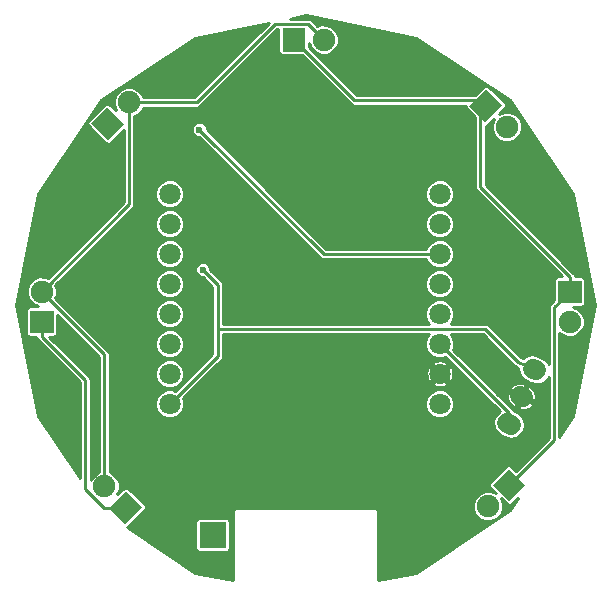
<source format=gbl>
G04 #@! TF.FileFunction,Copper,L2,Bot,Signal*
%FSLAX46Y46*%
G04 Gerber Fmt 4.6, Leading zero omitted, Abs format (unit mm)*
G04 Created by KiCad (PCBNEW 4.0.4-stable) date Sunday 07 May 2017 'à' 19:16:10*
%MOMM*%
%LPD*%
G01*
G04 APERTURE LIST*
%ADD10C,0.100000*%
%ADD11C,1.800000*%
%ADD12C,1.727200*%
%ADD13C,1.900000*%
%ADD14R,2.000000X1.900000*%
%ADD15R,1.900000X2.000000*%
%ADD16R,2.235200X2.235200*%
%ADD17C,0.600000*%
%ADD18C,0.250000*%
%ADD19C,0.254000*%
G04 APERTURE END LIST*
D10*
D11*
X156130000Y-81140000D03*
X156130000Y-83680000D03*
X156130000Y-86220000D03*
X156130000Y-88760000D03*
X156130000Y-91300000D03*
X156130000Y-93840000D03*
X156130000Y-96380000D03*
X156130000Y-98920000D03*
X133270000Y-98920000D03*
X133270000Y-96380000D03*
X133270000Y-93840000D03*
X133270000Y-91300000D03*
X133270000Y-88760000D03*
X133270000Y-86220000D03*
X133270000Y-83680000D03*
X133270000Y-81140000D03*
D12*
X162138121Y-100664407D02*
X161861879Y-100535593D01*
X163211571Y-98362385D02*
X162935329Y-98233571D01*
X164285022Y-96060363D02*
X164008780Y-95931549D01*
D10*
G36*
X160621142Y-105764645D02*
X161964645Y-104421142D01*
X163378858Y-105835355D01*
X162035355Y-107178858D01*
X160621142Y-105764645D01*
X160621142Y-105764645D01*
G37*
D13*
X160203949Y-107596051D03*
D14*
X167132000Y-89408000D03*
D13*
X167132000Y-91948000D03*
D10*
G36*
X159984645Y-75038858D02*
X158641142Y-73695355D01*
X160055355Y-72281142D01*
X161398858Y-73624645D01*
X159984645Y-75038858D01*
X159984645Y-75038858D01*
G37*
D13*
X161816051Y-75456051D03*
D15*
X143764000Y-68072000D03*
D13*
X146304000Y-68072000D03*
D10*
G36*
X129394858Y-75219355D02*
X128051355Y-76562858D01*
X126637142Y-75148645D01*
X127980645Y-73805142D01*
X129394858Y-75219355D01*
X129394858Y-75219355D01*
G37*
D13*
X129812051Y-73387949D03*
D14*
X122428000Y-91948000D03*
D13*
X122428000Y-89408000D03*
D10*
G36*
X129575355Y-106317142D02*
X130918858Y-107660645D01*
X129504645Y-109074858D01*
X128161142Y-107731355D01*
X129575355Y-106317142D01*
X129575355Y-106317142D01*
G37*
D13*
X127743949Y-105899949D03*
D16*
X136900000Y-110000000D03*
D17*
X154500000Y-110400000D03*
X130200000Y-101000000D03*
X152600000Y-87600000D03*
X152700000Y-82600000D03*
X140100000Y-67300000D03*
X148800000Y-67300000D03*
X157600000Y-70900000D03*
X150400000Y-68900000D03*
X131800000Y-70900000D03*
X127700000Y-78700000D03*
X122900000Y-85600000D03*
X167200000Y-98200000D03*
X159100000Y-94200000D03*
X163500000Y-92700000D03*
X164000000Y-88800000D03*
X167100000Y-85000000D03*
X163300000Y-78900000D03*
X146000000Y-93800000D03*
X143200000Y-99400000D03*
X135800000Y-91500000D03*
X139100000Y-94000000D03*
X134800000Y-106800000D03*
X156400000Y-106500000D03*
X156000000Y-75600000D03*
X133400000Y-74900000D03*
X141900000Y-72200000D03*
X142200000Y-86600000D03*
X125100000Y-93600000D03*
X124000000Y-99200000D03*
X149300000Y-71600000D03*
X136071600Y-87555100D03*
X135777800Y-75690000D03*
D18*
X164146900Y-95996000D02*
X162768800Y-95353400D01*
X159985400Y-92570000D02*
X137341600Y-92570000D01*
X162768800Y-95353400D02*
X159985400Y-92570000D01*
X137341600Y-94848400D02*
X137341600Y-92570000D01*
X133270000Y-98920000D02*
X137341600Y-94848400D01*
X137341600Y-88825100D02*
X136071600Y-87555100D01*
X137341600Y-92570000D02*
X137341600Y-88825100D01*
X127686900Y-107696000D02*
X129540000Y-107696000D01*
X126119400Y-106128500D02*
X127686900Y-107696000D01*
X126119400Y-96914700D02*
X126119400Y-106128500D01*
X122428000Y-93223300D02*
X126119400Y-96914700D01*
X122428000Y-91948000D02*
X122428000Y-93223300D01*
X165802100Y-101997900D02*
X162000000Y-105800000D01*
X165802100Y-90737900D02*
X165802100Y-101997900D01*
X167132000Y-89408000D02*
X165802100Y-90737900D01*
X160020000Y-73660000D02*
X159569100Y-73209100D01*
X167132000Y-89408000D02*
X167132000Y-88132700D01*
X148901100Y-73209100D02*
X159569100Y-73209100D01*
X143764000Y-68072000D02*
X148901100Y-73209100D01*
X159569100Y-80569800D02*
X167132000Y-88132700D01*
X159569100Y-73209100D02*
X159569100Y-80569800D01*
X127743900Y-94723900D02*
X122428000Y-89408000D01*
X127743900Y-105899900D02*
X127743900Y-94723900D01*
X129812100Y-82023900D02*
X122428000Y-89408000D01*
X129812100Y-73387900D02*
X129812100Y-82023900D01*
X144978600Y-66746600D02*
X146304000Y-68072000D01*
X142194500Y-66746600D02*
X144978600Y-66746600D01*
X135553200Y-73387900D02*
X142194500Y-66746600D01*
X129812100Y-73387900D02*
X135553200Y-73387900D01*
X146307800Y-86220000D02*
X135777800Y-75690000D01*
X156130000Y-86220000D02*
X146307800Y-86220000D01*
X162000000Y-99710000D02*
X162000000Y-100600000D01*
X156130000Y-93840000D02*
X162000000Y-99710000D01*
D19*
G36*
X142480594Y-69072000D02*
X142503395Y-69193179D01*
X142575012Y-69304474D01*
X142684286Y-69379138D01*
X142814000Y-69405406D01*
X144458182Y-69405406D01*
X148581487Y-73528712D01*
X148728126Y-73626694D01*
X148740982Y-73629251D01*
X148901100Y-73661100D01*
X158314200Y-73661100D01*
X158307768Y-73690749D01*
X158332241Y-73820813D01*
X158405388Y-73931109D01*
X159117100Y-74642821D01*
X159117100Y-80569800D01*
X159151506Y-80742773D01*
X159249488Y-80889412D01*
X166484670Y-88124594D01*
X166132000Y-88124594D01*
X166010821Y-88147395D01*
X165899526Y-88219012D01*
X165824862Y-88328286D01*
X165798594Y-88458000D01*
X165798594Y-90102182D01*
X165482488Y-90418288D01*
X165384506Y-90564927D01*
X165350100Y-90737900D01*
X165350100Y-95536450D01*
X165186673Y-95267128D01*
X164812040Y-94992434D01*
X164488106Y-94841380D01*
X164036870Y-94730962D01*
X163577728Y-94801630D01*
X163180579Y-95042624D01*
X163178359Y-95045651D01*
X163032054Y-94977430D01*
X160305012Y-92250388D01*
X160158373Y-92152406D01*
X159985400Y-92118000D01*
X157047327Y-92118000D01*
X157169593Y-91995947D01*
X157356786Y-91545136D01*
X157357212Y-91057005D01*
X157170806Y-90605869D01*
X156825947Y-90260407D01*
X156375136Y-90073214D01*
X155887005Y-90072788D01*
X155435869Y-90259194D01*
X155090407Y-90604053D01*
X154903214Y-91054864D01*
X154902788Y-91542995D01*
X155089194Y-91994131D01*
X155212847Y-92118000D01*
X137793600Y-92118000D01*
X137793600Y-89002995D01*
X154902788Y-89002995D01*
X155089194Y-89454131D01*
X155434053Y-89799593D01*
X155884864Y-89986786D01*
X156372995Y-89987212D01*
X156824131Y-89800806D01*
X157169593Y-89455947D01*
X157356786Y-89005136D01*
X157357212Y-88517005D01*
X157170806Y-88065869D01*
X156825947Y-87720407D01*
X156375136Y-87533214D01*
X155887005Y-87532788D01*
X155435869Y-87719194D01*
X155090407Y-88064053D01*
X154903214Y-88514864D01*
X154902788Y-89002995D01*
X137793600Y-89002995D01*
X137793600Y-88825100D01*
X137759194Y-88652127D01*
X137661212Y-88505488D01*
X136698611Y-87542887D01*
X136698709Y-87430929D01*
X136603455Y-87200397D01*
X136427231Y-87023865D01*
X136196865Y-86928209D01*
X135947429Y-86927991D01*
X135716897Y-87023245D01*
X135540365Y-87199469D01*
X135444709Y-87429835D01*
X135444491Y-87679271D01*
X135539745Y-87909803D01*
X135715969Y-88086335D01*
X135946335Y-88181991D01*
X136059366Y-88182090D01*
X136889600Y-89012324D01*
X136889600Y-94661176D01*
X133757093Y-97793683D01*
X133515136Y-97693214D01*
X133027005Y-97692788D01*
X132575869Y-97879194D01*
X132230407Y-98224053D01*
X132043214Y-98674864D01*
X132042788Y-99162995D01*
X132229194Y-99614131D01*
X132574053Y-99959593D01*
X133024864Y-100146786D01*
X133512995Y-100147212D01*
X133964131Y-99960806D01*
X134309593Y-99615947D01*
X134496786Y-99165136D01*
X134496787Y-99162995D01*
X154902788Y-99162995D01*
X155089194Y-99614131D01*
X155434053Y-99959593D01*
X155884864Y-100146786D01*
X156372995Y-100147212D01*
X156824131Y-99960806D01*
X157169593Y-99615947D01*
X157356786Y-99165136D01*
X157357212Y-98677005D01*
X157170806Y-98225869D01*
X156825947Y-97880407D01*
X156375136Y-97693214D01*
X155887005Y-97692788D01*
X155435869Y-97879194D01*
X155090407Y-98224053D01*
X154903214Y-98674864D01*
X154902788Y-99162995D01*
X134496787Y-99162995D01*
X134497212Y-98677005D01*
X134396342Y-98432882D01*
X135591390Y-97237834D01*
X155451771Y-97237834D01*
X155560507Y-97379906D01*
X155986504Y-97521729D01*
X156434347Y-97489733D01*
X156699493Y-97379906D01*
X156808229Y-97237834D01*
X156130000Y-96559605D01*
X155451771Y-97237834D01*
X135591390Y-97237834D01*
X136592720Y-96236504D01*
X154988271Y-96236504D01*
X155020267Y-96684347D01*
X155130094Y-96949493D01*
X155272166Y-97058229D01*
X155950395Y-96380000D01*
X156309605Y-96380000D01*
X156987834Y-97058229D01*
X157129906Y-96949493D01*
X157271729Y-96523496D01*
X157239733Y-96075653D01*
X157129906Y-95810507D01*
X156987834Y-95701771D01*
X156309605Y-96380000D01*
X155950395Y-96380000D01*
X155272166Y-95701771D01*
X155130094Y-95810507D01*
X154988271Y-96236504D01*
X136592720Y-96236504D01*
X137307058Y-95522166D01*
X155451771Y-95522166D01*
X156130000Y-96200395D01*
X156808229Y-95522166D01*
X156699493Y-95380094D01*
X156273496Y-95238271D01*
X155825653Y-95270267D01*
X155560507Y-95380094D01*
X155451771Y-95522166D01*
X137307058Y-95522166D01*
X137661212Y-95168012D01*
X137759194Y-95021373D01*
X137793600Y-94848400D01*
X137793600Y-93022000D01*
X155212673Y-93022000D01*
X155090407Y-93144053D01*
X154903214Y-93594864D01*
X154902788Y-94082995D01*
X155089194Y-94534131D01*
X155434053Y-94879593D01*
X155884864Y-95066786D01*
X156372995Y-95067212D01*
X156617118Y-94966342D01*
X161197832Y-99547057D01*
X161033678Y-99646668D01*
X160758984Y-100021301D01*
X160648566Y-100472537D01*
X160719234Y-100931679D01*
X160960228Y-101328828D01*
X161334861Y-101603522D01*
X161658795Y-101754576D01*
X162110030Y-101864994D01*
X162569173Y-101794326D01*
X162966322Y-101553332D01*
X163241016Y-101178699D01*
X163351434Y-100727463D01*
X163280766Y-100268321D01*
X163039772Y-99871172D01*
X162665139Y-99596478D01*
X162363258Y-99455708D01*
X162319613Y-99390388D01*
X162220284Y-99291059D01*
X162750498Y-99291059D01*
X162885698Y-99406690D01*
X163310142Y-99451903D01*
X163719580Y-99331248D01*
X164039886Y-99074280D01*
X164088884Y-98911612D01*
X163134879Y-98466752D01*
X162750498Y-99291059D01*
X162220284Y-99291059D01*
X160985867Y-98056642D01*
X161857555Y-98056642D01*
X161866595Y-98467187D01*
X162037349Y-98858390D01*
X162344812Y-99154471D01*
X162520295Y-99183714D01*
X162904676Y-98359407D01*
X162641207Y-98236549D01*
X163242224Y-98236549D01*
X164196229Y-98681410D01*
X164289345Y-98539314D01*
X164280305Y-98128769D01*
X164109551Y-97737566D01*
X163802088Y-97441485D01*
X163626605Y-97412242D01*
X163242224Y-98236549D01*
X162641207Y-98236549D01*
X161950671Y-97914546D01*
X161857555Y-98056642D01*
X160985867Y-98056642D01*
X160613569Y-97684344D01*
X162058016Y-97684344D01*
X163012021Y-98129204D01*
X163396402Y-97304897D01*
X163261202Y-97189266D01*
X162836758Y-97144053D01*
X162427320Y-97264708D01*
X162107014Y-97521676D01*
X162058016Y-97684344D01*
X160613569Y-97684344D01*
X157256317Y-94327093D01*
X157356786Y-94085136D01*
X157357212Y-93597005D01*
X157170806Y-93145869D01*
X157047153Y-93022000D01*
X159798176Y-93022000D01*
X162449188Y-95673012D01*
X162514464Y-95716628D01*
X162577781Y-95763053D01*
X162796331Y-95864962D01*
X162795467Y-95868493D01*
X162866135Y-96327635D01*
X163107129Y-96724784D01*
X163481762Y-96999478D01*
X163805696Y-97150532D01*
X164256931Y-97260950D01*
X164716074Y-97190282D01*
X165113223Y-96949288D01*
X165350100Y-96626231D01*
X165350100Y-101810675D01*
X162587893Y-104572882D01*
X162200399Y-104185388D01*
X162098589Y-104115825D01*
X161969251Y-104087768D01*
X161839187Y-104112241D01*
X161728891Y-104185388D01*
X160385388Y-105528891D01*
X160315825Y-105630701D01*
X160287768Y-105760039D01*
X160312241Y-105890103D01*
X160385388Y-106000399D01*
X160878368Y-106493379D01*
X160459074Y-106319273D01*
X159951052Y-106318830D01*
X159481532Y-106512832D01*
X159121992Y-106871744D01*
X158927171Y-107340926D01*
X158926728Y-107848948D01*
X159120730Y-108318468D01*
X159479642Y-108678008D01*
X159948824Y-108872829D01*
X160456846Y-108873272D01*
X160926366Y-108679270D01*
X161285906Y-108320358D01*
X161480727Y-107851176D01*
X161481170Y-107343154D01*
X161307268Y-106922279D01*
X161799601Y-107414612D01*
X161901411Y-107484175D01*
X162030749Y-107512232D01*
X162160813Y-107487759D01*
X162271109Y-107414612D01*
X162762491Y-106923230D01*
X162117511Y-107888511D01*
X154162993Y-113203550D01*
X150901400Y-113852321D01*
X150901400Y-107899200D01*
X150892715Y-107853041D01*
X150865435Y-107810647D01*
X150823810Y-107782206D01*
X150774400Y-107772200D01*
X138785600Y-107772200D01*
X138739441Y-107780885D01*
X138697047Y-107808165D01*
X138668606Y-107849790D01*
X138658600Y-107899200D01*
X138658600Y-113852321D01*
X135397007Y-113203550D01*
X129655288Y-109367056D01*
X129740399Y-109310612D01*
X130168611Y-108882400D01*
X135448994Y-108882400D01*
X135448994Y-111117600D01*
X135471795Y-111238779D01*
X135543412Y-111350074D01*
X135652686Y-111424738D01*
X135782400Y-111451006D01*
X138017600Y-111451006D01*
X138138779Y-111428205D01*
X138250074Y-111356588D01*
X138324738Y-111247314D01*
X138351006Y-111117600D01*
X138351006Y-108882400D01*
X138328205Y-108761221D01*
X138256588Y-108649926D01*
X138147314Y-108575262D01*
X138017600Y-108548994D01*
X135782400Y-108548994D01*
X135661221Y-108571795D01*
X135549926Y-108643412D01*
X135475262Y-108752686D01*
X135448994Y-108882400D01*
X130168611Y-108882400D01*
X131154612Y-107896399D01*
X131224175Y-107794589D01*
X131252232Y-107665251D01*
X131227759Y-107535187D01*
X131154612Y-107424891D01*
X129811109Y-106081388D01*
X129709299Y-106011825D01*
X129579961Y-105983768D01*
X129449897Y-106008241D01*
X129339601Y-106081388D01*
X128846621Y-106574368D01*
X129020727Y-106155074D01*
X129021170Y-105647052D01*
X128827168Y-105177532D01*
X128468256Y-104817992D01*
X128195900Y-104704900D01*
X128195900Y-96622995D01*
X132042788Y-96622995D01*
X132229194Y-97074131D01*
X132574053Y-97419593D01*
X133024864Y-97606786D01*
X133512995Y-97607212D01*
X133964131Y-97420806D01*
X134309593Y-97075947D01*
X134496786Y-96625136D01*
X134497212Y-96137005D01*
X134310806Y-95685869D01*
X133965947Y-95340407D01*
X133515136Y-95153214D01*
X133027005Y-95152788D01*
X132575869Y-95339194D01*
X132230407Y-95684053D01*
X132043214Y-96134864D01*
X132042788Y-96622995D01*
X128195900Y-96622995D01*
X128195900Y-94723900D01*
X128161494Y-94550927D01*
X128063512Y-94404288D01*
X127742219Y-94082995D01*
X132042788Y-94082995D01*
X132229194Y-94534131D01*
X132574053Y-94879593D01*
X133024864Y-95066786D01*
X133512995Y-95067212D01*
X133964131Y-94880806D01*
X134309593Y-94535947D01*
X134496786Y-94085136D01*
X134497212Y-93597005D01*
X134310806Y-93145869D01*
X133965947Y-92800407D01*
X133515136Y-92613214D01*
X133027005Y-92612788D01*
X132575869Y-92799194D01*
X132230407Y-93144053D01*
X132043214Y-93594864D01*
X132042788Y-94082995D01*
X127742219Y-94082995D01*
X125202219Y-91542995D01*
X132042788Y-91542995D01*
X132229194Y-91994131D01*
X132574053Y-92339593D01*
X133024864Y-92526786D01*
X133512995Y-92527212D01*
X133964131Y-92340806D01*
X134309593Y-91995947D01*
X134496786Y-91545136D01*
X134497212Y-91057005D01*
X134310806Y-90605869D01*
X133965947Y-90260407D01*
X133515136Y-90073214D01*
X133027005Y-90072788D01*
X132575869Y-90259194D01*
X132230407Y-90604053D01*
X132043214Y-91054864D01*
X132042788Y-91542995D01*
X125202219Y-91542995D01*
X123592572Y-89933348D01*
X123704778Y-89663125D01*
X123705221Y-89155103D01*
X123642372Y-89002995D01*
X132042788Y-89002995D01*
X132229194Y-89454131D01*
X132574053Y-89799593D01*
X133024864Y-89986786D01*
X133512995Y-89987212D01*
X133964131Y-89800806D01*
X134309593Y-89455947D01*
X134496786Y-89005136D01*
X134497212Y-88517005D01*
X134310806Y-88065869D01*
X133965947Y-87720407D01*
X133515136Y-87533214D01*
X133027005Y-87532788D01*
X132575869Y-87719194D01*
X132230407Y-88064053D01*
X132043214Y-88514864D01*
X132042788Y-89002995D01*
X123642372Y-89002995D01*
X123592625Y-88882599D01*
X126012229Y-86462995D01*
X132042788Y-86462995D01*
X132229194Y-86914131D01*
X132574053Y-87259593D01*
X133024864Y-87446786D01*
X133512995Y-87447212D01*
X133964131Y-87260806D01*
X134309593Y-86915947D01*
X134496786Y-86465136D01*
X134497212Y-85977005D01*
X134310806Y-85525869D01*
X133965947Y-85180407D01*
X133515136Y-84993214D01*
X133027005Y-84992788D01*
X132575869Y-85179194D01*
X132230407Y-85524053D01*
X132043214Y-85974864D01*
X132042788Y-86462995D01*
X126012229Y-86462995D01*
X128552229Y-83922995D01*
X132042788Y-83922995D01*
X132229194Y-84374131D01*
X132574053Y-84719593D01*
X133024864Y-84906786D01*
X133512995Y-84907212D01*
X133964131Y-84720806D01*
X134309593Y-84375947D01*
X134496786Y-83925136D01*
X134497212Y-83437005D01*
X134310806Y-82985869D01*
X133965947Y-82640407D01*
X133515136Y-82453214D01*
X133027005Y-82452788D01*
X132575869Y-82639194D01*
X132230407Y-82984053D01*
X132043214Y-83434864D01*
X132042788Y-83922995D01*
X128552229Y-83922995D01*
X130131712Y-82343513D01*
X130229694Y-82196873D01*
X130233131Y-82179593D01*
X130264100Y-82023900D01*
X130264100Y-81382995D01*
X132042788Y-81382995D01*
X132229194Y-81834131D01*
X132574053Y-82179593D01*
X133024864Y-82366786D01*
X133512995Y-82367212D01*
X133964131Y-82180806D01*
X134309593Y-81835947D01*
X134496786Y-81385136D01*
X134497212Y-80897005D01*
X134310806Y-80445869D01*
X133965947Y-80100407D01*
X133515136Y-79913214D01*
X133027005Y-79912788D01*
X132575869Y-80099194D01*
X132230407Y-80444053D01*
X132043214Y-80894864D01*
X132042788Y-81382995D01*
X130264100Y-81382995D01*
X130264100Y-75814171D01*
X135150691Y-75814171D01*
X135245945Y-76044703D01*
X135422169Y-76221235D01*
X135652535Y-76316891D01*
X135765566Y-76316990D01*
X145988188Y-86539612D01*
X146134827Y-86637594D01*
X146307800Y-86672000D01*
X154989147Y-86672000D01*
X155089194Y-86914131D01*
X155434053Y-87259593D01*
X155884864Y-87446786D01*
X156372995Y-87447212D01*
X156824131Y-87260806D01*
X157169593Y-86915947D01*
X157356786Y-86465136D01*
X157357212Y-85977005D01*
X157170806Y-85525869D01*
X156825947Y-85180407D01*
X156375136Y-84993214D01*
X155887005Y-84992788D01*
X155435869Y-85179194D01*
X155090407Y-85524053D01*
X154989111Y-85768000D01*
X146495024Y-85768000D01*
X144650019Y-83922995D01*
X154902788Y-83922995D01*
X155089194Y-84374131D01*
X155434053Y-84719593D01*
X155884864Y-84906786D01*
X156372995Y-84907212D01*
X156824131Y-84720806D01*
X157169593Y-84375947D01*
X157356786Y-83925136D01*
X157357212Y-83437005D01*
X157170806Y-82985869D01*
X156825947Y-82640407D01*
X156375136Y-82453214D01*
X155887005Y-82452788D01*
X155435869Y-82639194D01*
X155090407Y-82984053D01*
X154903214Y-83434864D01*
X154902788Y-83922995D01*
X144650019Y-83922995D01*
X142110019Y-81382995D01*
X154902788Y-81382995D01*
X155089194Y-81834131D01*
X155434053Y-82179593D01*
X155884864Y-82366786D01*
X156372995Y-82367212D01*
X156824131Y-82180806D01*
X157169593Y-81835947D01*
X157356786Y-81385136D01*
X157357212Y-80897005D01*
X157170806Y-80445869D01*
X156825947Y-80100407D01*
X156375136Y-79913214D01*
X155887005Y-79912788D01*
X155435869Y-80099194D01*
X155090407Y-80444053D01*
X154903214Y-80894864D01*
X154902788Y-81382995D01*
X142110019Y-81382995D01*
X136404811Y-75677787D01*
X136404909Y-75565829D01*
X136309655Y-75335297D01*
X136133431Y-75158765D01*
X135903065Y-75063109D01*
X135653629Y-75062891D01*
X135423097Y-75158145D01*
X135246565Y-75334369D01*
X135150909Y-75564735D01*
X135150691Y-75814171D01*
X130264100Y-75814171D01*
X130264100Y-74582882D01*
X130534468Y-74471168D01*
X130894008Y-74112256D01*
X131007100Y-73839900D01*
X135553200Y-73839900D01*
X135726173Y-73805494D01*
X135872812Y-73707512D01*
X142381725Y-67198600D01*
X142480594Y-67198600D01*
X142480594Y-69072000D01*
X142480594Y-69072000D01*
G37*
X142480594Y-69072000D02*
X142503395Y-69193179D01*
X142575012Y-69304474D01*
X142684286Y-69379138D01*
X142814000Y-69405406D01*
X144458182Y-69405406D01*
X148581487Y-73528712D01*
X148728126Y-73626694D01*
X148740982Y-73629251D01*
X148901100Y-73661100D01*
X158314200Y-73661100D01*
X158307768Y-73690749D01*
X158332241Y-73820813D01*
X158405388Y-73931109D01*
X159117100Y-74642821D01*
X159117100Y-80569800D01*
X159151506Y-80742773D01*
X159249488Y-80889412D01*
X166484670Y-88124594D01*
X166132000Y-88124594D01*
X166010821Y-88147395D01*
X165899526Y-88219012D01*
X165824862Y-88328286D01*
X165798594Y-88458000D01*
X165798594Y-90102182D01*
X165482488Y-90418288D01*
X165384506Y-90564927D01*
X165350100Y-90737900D01*
X165350100Y-95536450D01*
X165186673Y-95267128D01*
X164812040Y-94992434D01*
X164488106Y-94841380D01*
X164036870Y-94730962D01*
X163577728Y-94801630D01*
X163180579Y-95042624D01*
X163178359Y-95045651D01*
X163032054Y-94977430D01*
X160305012Y-92250388D01*
X160158373Y-92152406D01*
X159985400Y-92118000D01*
X157047327Y-92118000D01*
X157169593Y-91995947D01*
X157356786Y-91545136D01*
X157357212Y-91057005D01*
X157170806Y-90605869D01*
X156825947Y-90260407D01*
X156375136Y-90073214D01*
X155887005Y-90072788D01*
X155435869Y-90259194D01*
X155090407Y-90604053D01*
X154903214Y-91054864D01*
X154902788Y-91542995D01*
X155089194Y-91994131D01*
X155212847Y-92118000D01*
X137793600Y-92118000D01*
X137793600Y-89002995D01*
X154902788Y-89002995D01*
X155089194Y-89454131D01*
X155434053Y-89799593D01*
X155884864Y-89986786D01*
X156372995Y-89987212D01*
X156824131Y-89800806D01*
X157169593Y-89455947D01*
X157356786Y-89005136D01*
X157357212Y-88517005D01*
X157170806Y-88065869D01*
X156825947Y-87720407D01*
X156375136Y-87533214D01*
X155887005Y-87532788D01*
X155435869Y-87719194D01*
X155090407Y-88064053D01*
X154903214Y-88514864D01*
X154902788Y-89002995D01*
X137793600Y-89002995D01*
X137793600Y-88825100D01*
X137759194Y-88652127D01*
X137661212Y-88505488D01*
X136698611Y-87542887D01*
X136698709Y-87430929D01*
X136603455Y-87200397D01*
X136427231Y-87023865D01*
X136196865Y-86928209D01*
X135947429Y-86927991D01*
X135716897Y-87023245D01*
X135540365Y-87199469D01*
X135444709Y-87429835D01*
X135444491Y-87679271D01*
X135539745Y-87909803D01*
X135715969Y-88086335D01*
X135946335Y-88181991D01*
X136059366Y-88182090D01*
X136889600Y-89012324D01*
X136889600Y-94661176D01*
X133757093Y-97793683D01*
X133515136Y-97693214D01*
X133027005Y-97692788D01*
X132575869Y-97879194D01*
X132230407Y-98224053D01*
X132043214Y-98674864D01*
X132042788Y-99162995D01*
X132229194Y-99614131D01*
X132574053Y-99959593D01*
X133024864Y-100146786D01*
X133512995Y-100147212D01*
X133964131Y-99960806D01*
X134309593Y-99615947D01*
X134496786Y-99165136D01*
X134496787Y-99162995D01*
X154902788Y-99162995D01*
X155089194Y-99614131D01*
X155434053Y-99959593D01*
X155884864Y-100146786D01*
X156372995Y-100147212D01*
X156824131Y-99960806D01*
X157169593Y-99615947D01*
X157356786Y-99165136D01*
X157357212Y-98677005D01*
X157170806Y-98225869D01*
X156825947Y-97880407D01*
X156375136Y-97693214D01*
X155887005Y-97692788D01*
X155435869Y-97879194D01*
X155090407Y-98224053D01*
X154903214Y-98674864D01*
X154902788Y-99162995D01*
X134496787Y-99162995D01*
X134497212Y-98677005D01*
X134396342Y-98432882D01*
X135591390Y-97237834D01*
X155451771Y-97237834D01*
X155560507Y-97379906D01*
X155986504Y-97521729D01*
X156434347Y-97489733D01*
X156699493Y-97379906D01*
X156808229Y-97237834D01*
X156130000Y-96559605D01*
X155451771Y-97237834D01*
X135591390Y-97237834D01*
X136592720Y-96236504D01*
X154988271Y-96236504D01*
X155020267Y-96684347D01*
X155130094Y-96949493D01*
X155272166Y-97058229D01*
X155950395Y-96380000D01*
X156309605Y-96380000D01*
X156987834Y-97058229D01*
X157129906Y-96949493D01*
X157271729Y-96523496D01*
X157239733Y-96075653D01*
X157129906Y-95810507D01*
X156987834Y-95701771D01*
X156309605Y-96380000D01*
X155950395Y-96380000D01*
X155272166Y-95701771D01*
X155130094Y-95810507D01*
X154988271Y-96236504D01*
X136592720Y-96236504D01*
X137307058Y-95522166D01*
X155451771Y-95522166D01*
X156130000Y-96200395D01*
X156808229Y-95522166D01*
X156699493Y-95380094D01*
X156273496Y-95238271D01*
X155825653Y-95270267D01*
X155560507Y-95380094D01*
X155451771Y-95522166D01*
X137307058Y-95522166D01*
X137661212Y-95168012D01*
X137759194Y-95021373D01*
X137793600Y-94848400D01*
X137793600Y-93022000D01*
X155212673Y-93022000D01*
X155090407Y-93144053D01*
X154903214Y-93594864D01*
X154902788Y-94082995D01*
X155089194Y-94534131D01*
X155434053Y-94879593D01*
X155884864Y-95066786D01*
X156372995Y-95067212D01*
X156617118Y-94966342D01*
X161197832Y-99547057D01*
X161033678Y-99646668D01*
X160758984Y-100021301D01*
X160648566Y-100472537D01*
X160719234Y-100931679D01*
X160960228Y-101328828D01*
X161334861Y-101603522D01*
X161658795Y-101754576D01*
X162110030Y-101864994D01*
X162569173Y-101794326D01*
X162966322Y-101553332D01*
X163241016Y-101178699D01*
X163351434Y-100727463D01*
X163280766Y-100268321D01*
X163039772Y-99871172D01*
X162665139Y-99596478D01*
X162363258Y-99455708D01*
X162319613Y-99390388D01*
X162220284Y-99291059D01*
X162750498Y-99291059D01*
X162885698Y-99406690D01*
X163310142Y-99451903D01*
X163719580Y-99331248D01*
X164039886Y-99074280D01*
X164088884Y-98911612D01*
X163134879Y-98466752D01*
X162750498Y-99291059D01*
X162220284Y-99291059D01*
X160985867Y-98056642D01*
X161857555Y-98056642D01*
X161866595Y-98467187D01*
X162037349Y-98858390D01*
X162344812Y-99154471D01*
X162520295Y-99183714D01*
X162904676Y-98359407D01*
X162641207Y-98236549D01*
X163242224Y-98236549D01*
X164196229Y-98681410D01*
X164289345Y-98539314D01*
X164280305Y-98128769D01*
X164109551Y-97737566D01*
X163802088Y-97441485D01*
X163626605Y-97412242D01*
X163242224Y-98236549D01*
X162641207Y-98236549D01*
X161950671Y-97914546D01*
X161857555Y-98056642D01*
X160985867Y-98056642D01*
X160613569Y-97684344D01*
X162058016Y-97684344D01*
X163012021Y-98129204D01*
X163396402Y-97304897D01*
X163261202Y-97189266D01*
X162836758Y-97144053D01*
X162427320Y-97264708D01*
X162107014Y-97521676D01*
X162058016Y-97684344D01*
X160613569Y-97684344D01*
X157256317Y-94327093D01*
X157356786Y-94085136D01*
X157357212Y-93597005D01*
X157170806Y-93145869D01*
X157047153Y-93022000D01*
X159798176Y-93022000D01*
X162449188Y-95673012D01*
X162514464Y-95716628D01*
X162577781Y-95763053D01*
X162796331Y-95864962D01*
X162795467Y-95868493D01*
X162866135Y-96327635D01*
X163107129Y-96724784D01*
X163481762Y-96999478D01*
X163805696Y-97150532D01*
X164256931Y-97260950D01*
X164716074Y-97190282D01*
X165113223Y-96949288D01*
X165350100Y-96626231D01*
X165350100Y-101810675D01*
X162587893Y-104572882D01*
X162200399Y-104185388D01*
X162098589Y-104115825D01*
X161969251Y-104087768D01*
X161839187Y-104112241D01*
X161728891Y-104185388D01*
X160385388Y-105528891D01*
X160315825Y-105630701D01*
X160287768Y-105760039D01*
X160312241Y-105890103D01*
X160385388Y-106000399D01*
X160878368Y-106493379D01*
X160459074Y-106319273D01*
X159951052Y-106318830D01*
X159481532Y-106512832D01*
X159121992Y-106871744D01*
X158927171Y-107340926D01*
X158926728Y-107848948D01*
X159120730Y-108318468D01*
X159479642Y-108678008D01*
X159948824Y-108872829D01*
X160456846Y-108873272D01*
X160926366Y-108679270D01*
X161285906Y-108320358D01*
X161480727Y-107851176D01*
X161481170Y-107343154D01*
X161307268Y-106922279D01*
X161799601Y-107414612D01*
X161901411Y-107484175D01*
X162030749Y-107512232D01*
X162160813Y-107487759D01*
X162271109Y-107414612D01*
X162762491Y-106923230D01*
X162117511Y-107888511D01*
X154162993Y-113203550D01*
X150901400Y-113852321D01*
X150901400Y-107899200D01*
X150892715Y-107853041D01*
X150865435Y-107810647D01*
X150823810Y-107782206D01*
X150774400Y-107772200D01*
X138785600Y-107772200D01*
X138739441Y-107780885D01*
X138697047Y-107808165D01*
X138668606Y-107849790D01*
X138658600Y-107899200D01*
X138658600Y-113852321D01*
X135397007Y-113203550D01*
X129655288Y-109367056D01*
X129740399Y-109310612D01*
X130168611Y-108882400D01*
X135448994Y-108882400D01*
X135448994Y-111117600D01*
X135471795Y-111238779D01*
X135543412Y-111350074D01*
X135652686Y-111424738D01*
X135782400Y-111451006D01*
X138017600Y-111451006D01*
X138138779Y-111428205D01*
X138250074Y-111356588D01*
X138324738Y-111247314D01*
X138351006Y-111117600D01*
X138351006Y-108882400D01*
X138328205Y-108761221D01*
X138256588Y-108649926D01*
X138147314Y-108575262D01*
X138017600Y-108548994D01*
X135782400Y-108548994D01*
X135661221Y-108571795D01*
X135549926Y-108643412D01*
X135475262Y-108752686D01*
X135448994Y-108882400D01*
X130168611Y-108882400D01*
X131154612Y-107896399D01*
X131224175Y-107794589D01*
X131252232Y-107665251D01*
X131227759Y-107535187D01*
X131154612Y-107424891D01*
X129811109Y-106081388D01*
X129709299Y-106011825D01*
X129579961Y-105983768D01*
X129449897Y-106008241D01*
X129339601Y-106081388D01*
X128846621Y-106574368D01*
X129020727Y-106155074D01*
X129021170Y-105647052D01*
X128827168Y-105177532D01*
X128468256Y-104817992D01*
X128195900Y-104704900D01*
X128195900Y-96622995D01*
X132042788Y-96622995D01*
X132229194Y-97074131D01*
X132574053Y-97419593D01*
X133024864Y-97606786D01*
X133512995Y-97607212D01*
X133964131Y-97420806D01*
X134309593Y-97075947D01*
X134496786Y-96625136D01*
X134497212Y-96137005D01*
X134310806Y-95685869D01*
X133965947Y-95340407D01*
X133515136Y-95153214D01*
X133027005Y-95152788D01*
X132575869Y-95339194D01*
X132230407Y-95684053D01*
X132043214Y-96134864D01*
X132042788Y-96622995D01*
X128195900Y-96622995D01*
X128195900Y-94723900D01*
X128161494Y-94550927D01*
X128063512Y-94404288D01*
X127742219Y-94082995D01*
X132042788Y-94082995D01*
X132229194Y-94534131D01*
X132574053Y-94879593D01*
X133024864Y-95066786D01*
X133512995Y-95067212D01*
X133964131Y-94880806D01*
X134309593Y-94535947D01*
X134496786Y-94085136D01*
X134497212Y-93597005D01*
X134310806Y-93145869D01*
X133965947Y-92800407D01*
X133515136Y-92613214D01*
X133027005Y-92612788D01*
X132575869Y-92799194D01*
X132230407Y-93144053D01*
X132043214Y-93594864D01*
X132042788Y-94082995D01*
X127742219Y-94082995D01*
X125202219Y-91542995D01*
X132042788Y-91542995D01*
X132229194Y-91994131D01*
X132574053Y-92339593D01*
X133024864Y-92526786D01*
X133512995Y-92527212D01*
X133964131Y-92340806D01*
X134309593Y-91995947D01*
X134496786Y-91545136D01*
X134497212Y-91057005D01*
X134310806Y-90605869D01*
X133965947Y-90260407D01*
X133515136Y-90073214D01*
X133027005Y-90072788D01*
X132575869Y-90259194D01*
X132230407Y-90604053D01*
X132043214Y-91054864D01*
X132042788Y-91542995D01*
X125202219Y-91542995D01*
X123592572Y-89933348D01*
X123704778Y-89663125D01*
X123705221Y-89155103D01*
X123642372Y-89002995D01*
X132042788Y-89002995D01*
X132229194Y-89454131D01*
X132574053Y-89799593D01*
X133024864Y-89986786D01*
X133512995Y-89987212D01*
X133964131Y-89800806D01*
X134309593Y-89455947D01*
X134496786Y-89005136D01*
X134497212Y-88517005D01*
X134310806Y-88065869D01*
X133965947Y-87720407D01*
X133515136Y-87533214D01*
X133027005Y-87532788D01*
X132575869Y-87719194D01*
X132230407Y-88064053D01*
X132043214Y-88514864D01*
X132042788Y-89002995D01*
X123642372Y-89002995D01*
X123592625Y-88882599D01*
X126012229Y-86462995D01*
X132042788Y-86462995D01*
X132229194Y-86914131D01*
X132574053Y-87259593D01*
X133024864Y-87446786D01*
X133512995Y-87447212D01*
X133964131Y-87260806D01*
X134309593Y-86915947D01*
X134496786Y-86465136D01*
X134497212Y-85977005D01*
X134310806Y-85525869D01*
X133965947Y-85180407D01*
X133515136Y-84993214D01*
X133027005Y-84992788D01*
X132575869Y-85179194D01*
X132230407Y-85524053D01*
X132043214Y-85974864D01*
X132042788Y-86462995D01*
X126012229Y-86462995D01*
X128552229Y-83922995D01*
X132042788Y-83922995D01*
X132229194Y-84374131D01*
X132574053Y-84719593D01*
X133024864Y-84906786D01*
X133512995Y-84907212D01*
X133964131Y-84720806D01*
X134309593Y-84375947D01*
X134496786Y-83925136D01*
X134497212Y-83437005D01*
X134310806Y-82985869D01*
X133965947Y-82640407D01*
X133515136Y-82453214D01*
X133027005Y-82452788D01*
X132575869Y-82639194D01*
X132230407Y-82984053D01*
X132043214Y-83434864D01*
X132042788Y-83922995D01*
X128552229Y-83922995D01*
X130131712Y-82343513D01*
X130229694Y-82196873D01*
X130233131Y-82179593D01*
X130264100Y-82023900D01*
X130264100Y-81382995D01*
X132042788Y-81382995D01*
X132229194Y-81834131D01*
X132574053Y-82179593D01*
X133024864Y-82366786D01*
X133512995Y-82367212D01*
X133964131Y-82180806D01*
X134309593Y-81835947D01*
X134496786Y-81385136D01*
X134497212Y-80897005D01*
X134310806Y-80445869D01*
X133965947Y-80100407D01*
X133515136Y-79913214D01*
X133027005Y-79912788D01*
X132575869Y-80099194D01*
X132230407Y-80444053D01*
X132043214Y-80894864D01*
X132042788Y-81382995D01*
X130264100Y-81382995D01*
X130264100Y-75814171D01*
X135150691Y-75814171D01*
X135245945Y-76044703D01*
X135422169Y-76221235D01*
X135652535Y-76316891D01*
X135765566Y-76316990D01*
X145988188Y-86539612D01*
X146134827Y-86637594D01*
X146307800Y-86672000D01*
X154989147Y-86672000D01*
X155089194Y-86914131D01*
X155434053Y-87259593D01*
X155884864Y-87446786D01*
X156372995Y-87447212D01*
X156824131Y-87260806D01*
X157169593Y-86915947D01*
X157356786Y-86465136D01*
X157357212Y-85977005D01*
X157170806Y-85525869D01*
X156825947Y-85180407D01*
X156375136Y-84993214D01*
X155887005Y-84992788D01*
X155435869Y-85179194D01*
X155090407Y-85524053D01*
X154989111Y-85768000D01*
X146495024Y-85768000D01*
X144650019Y-83922995D01*
X154902788Y-83922995D01*
X155089194Y-84374131D01*
X155434053Y-84719593D01*
X155884864Y-84906786D01*
X156372995Y-84907212D01*
X156824131Y-84720806D01*
X157169593Y-84375947D01*
X157356786Y-83925136D01*
X157357212Y-83437005D01*
X157170806Y-82985869D01*
X156825947Y-82640407D01*
X156375136Y-82453214D01*
X155887005Y-82452788D01*
X155435869Y-82639194D01*
X155090407Y-82984053D01*
X154903214Y-83434864D01*
X154902788Y-83922995D01*
X144650019Y-83922995D01*
X142110019Y-81382995D01*
X154902788Y-81382995D01*
X155089194Y-81834131D01*
X155434053Y-82179593D01*
X155884864Y-82366786D01*
X156372995Y-82367212D01*
X156824131Y-82180806D01*
X157169593Y-81835947D01*
X157356786Y-81385136D01*
X157357212Y-80897005D01*
X157170806Y-80445869D01*
X156825947Y-80100407D01*
X156375136Y-79913214D01*
X155887005Y-79912788D01*
X155435869Y-80099194D01*
X155090407Y-80444053D01*
X154903214Y-80894864D01*
X154902788Y-81382995D01*
X142110019Y-81382995D01*
X136404811Y-75677787D01*
X136404909Y-75565829D01*
X136309655Y-75335297D01*
X136133431Y-75158765D01*
X135903065Y-75063109D01*
X135653629Y-75062891D01*
X135423097Y-75158145D01*
X135246565Y-75334369D01*
X135150909Y-75564735D01*
X135150691Y-75814171D01*
X130264100Y-75814171D01*
X130264100Y-74582882D01*
X130534468Y-74471168D01*
X130894008Y-74112256D01*
X131007100Y-73839900D01*
X135553200Y-73839900D01*
X135726173Y-73805494D01*
X135872812Y-73707512D01*
X142381725Y-67198600D01*
X142480594Y-67198600D01*
X142480594Y-69072000D01*
G36*
X127291900Y-94911124D02*
X127291900Y-104705016D01*
X127021532Y-104816730D01*
X126661992Y-105175642D01*
X126571400Y-105393812D01*
X126571400Y-96914700D01*
X126536994Y-96741727D01*
X126439012Y-96595088D01*
X123075330Y-93231406D01*
X123428000Y-93231406D01*
X123549179Y-93208605D01*
X123660474Y-93136988D01*
X123735138Y-93027714D01*
X123761406Y-92898000D01*
X123761406Y-91380630D01*
X127291900Y-94911124D01*
X127291900Y-94911124D01*
G37*
X127291900Y-94911124D02*
X127291900Y-104705016D01*
X127021532Y-104816730D01*
X126661992Y-105175642D01*
X126571400Y-105393812D01*
X126571400Y-96914700D01*
X126536994Y-96741727D01*
X126439012Y-96595088D01*
X123075330Y-93231406D01*
X123428000Y-93231406D01*
X123549179Y-93208605D01*
X123660474Y-93136988D01*
X123735138Y-93027714D01*
X123761406Y-92898000D01*
X123761406Y-91380630D01*
X127291900Y-94911124D01*
G36*
X135365976Y-72935900D02*
X131006984Y-72935900D01*
X130895270Y-72665532D01*
X130536358Y-72305992D01*
X130067176Y-72111171D01*
X129559154Y-72110728D01*
X129089634Y-72304730D01*
X128730094Y-72663642D01*
X128535273Y-73132824D01*
X128534830Y-73640846D01*
X128708732Y-74061721D01*
X128216399Y-73569388D01*
X128114589Y-73499825D01*
X127985251Y-73471768D01*
X127855187Y-73496241D01*
X127744891Y-73569388D01*
X126401388Y-74912891D01*
X126331825Y-75014701D01*
X126303768Y-75144039D01*
X126328241Y-75274103D01*
X126401388Y-75384399D01*
X127815601Y-76798612D01*
X127917411Y-76868175D01*
X128046749Y-76896232D01*
X128176813Y-76871759D01*
X128287109Y-76798612D01*
X129360100Y-75725621D01*
X129360100Y-81836675D01*
X122953348Y-88243428D01*
X122683125Y-88131222D01*
X122175103Y-88130779D01*
X121705583Y-88324781D01*
X121346043Y-88683693D01*
X121151222Y-89152875D01*
X121150779Y-89660897D01*
X121344781Y-90130417D01*
X121703693Y-90489957D01*
X122124266Y-90664594D01*
X121428000Y-90664594D01*
X121306821Y-90687395D01*
X121195526Y-90759012D01*
X121120862Y-90868286D01*
X121094594Y-90998000D01*
X121094594Y-92898000D01*
X121117395Y-93019179D01*
X121189012Y-93130474D01*
X121298286Y-93205138D01*
X121428000Y-93231406D01*
X121977612Y-93231406D01*
X122010406Y-93396273D01*
X122108388Y-93542912D01*
X125667400Y-97101924D01*
X125667400Y-105231903D01*
X122127450Y-99933993D01*
X120261057Y-90551000D01*
X122127450Y-81168007D01*
X127442489Y-73213489D01*
X135397007Y-67898450D01*
X141646533Y-66655342D01*
X135365976Y-72935900D01*
X135365976Y-72935900D01*
G37*
X135365976Y-72935900D02*
X131006984Y-72935900D01*
X130895270Y-72665532D01*
X130536358Y-72305992D01*
X130067176Y-72111171D01*
X129559154Y-72110728D01*
X129089634Y-72304730D01*
X128730094Y-72663642D01*
X128535273Y-73132824D01*
X128534830Y-73640846D01*
X128708732Y-74061721D01*
X128216399Y-73569388D01*
X128114589Y-73499825D01*
X127985251Y-73471768D01*
X127855187Y-73496241D01*
X127744891Y-73569388D01*
X126401388Y-74912891D01*
X126331825Y-75014701D01*
X126303768Y-75144039D01*
X126328241Y-75274103D01*
X126401388Y-75384399D01*
X127815601Y-76798612D01*
X127917411Y-76868175D01*
X128046749Y-76896232D01*
X128176813Y-76871759D01*
X128287109Y-76798612D01*
X129360100Y-75725621D01*
X129360100Y-81836675D01*
X122953348Y-88243428D01*
X122683125Y-88131222D01*
X122175103Y-88130779D01*
X121705583Y-88324781D01*
X121346043Y-88683693D01*
X121151222Y-89152875D01*
X121150779Y-89660897D01*
X121344781Y-90130417D01*
X121703693Y-90489957D01*
X122124266Y-90664594D01*
X121428000Y-90664594D01*
X121306821Y-90687395D01*
X121195526Y-90759012D01*
X121120862Y-90868286D01*
X121094594Y-90998000D01*
X121094594Y-92898000D01*
X121117395Y-93019179D01*
X121189012Y-93130474D01*
X121298286Y-93205138D01*
X121428000Y-93231406D01*
X121977612Y-93231406D01*
X122010406Y-93396273D01*
X122108388Y-93542912D01*
X125667400Y-97101924D01*
X125667400Y-105231903D01*
X122127450Y-99933993D01*
X120261057Y-90551000D01*
X122127450Y-81168007D01*
X127442489Y-73213489D01*
X135397007Y-67898450D01*
X141646533Y-66655342D01*
X135365976Y-72935900D01*
G36*
X154162993Y-67898450D02*
X162117511Y-73213489D01*
X167432550Y-81168007D01*
X169298943Y-90551000D01*
X167432550Y-99933993D01*
X166254100Y-101697668D01*
X166254100Y-92876095D01*
X166407693Y-93029957D01*
X166876875Y-93224778D01*
X167384897Y-93225221D01*
X167854417Y-93031219D01*
X168213957Y-92672307D01*
X168408778Y-92203125D01*
X168409221Y-91695103D01*
X168215219Y-91225583D01*
X167856307Y-90866043D01*
X167435734Y-90691406D01*
X168132000Y-90691406D01*
X168253179Y-90668605D01*
X168364474Y-90596988D01*
X168439138Y-90487714D01*
X168465406Y-90358000D01*
X168465406Y-88458000D01*
X168442605Y-88336821D01*
X168370988Y-88225526D01*
X168261714Y-88150862D01*
X168132000Y-88124594D01*
X167582388Y-88124594D01*
X167549594Y-87959727D01*
X167451612Y-87813088D01*
X160021100Y-80382576D01*
X160021100Y-75364506D01*
X160110103Y-75347759D01*
X160220399Y-75274612D01*
X160713379Y-74781632D01*
X160539273Y-75200926D01*
X160538830Y-75708948D01*
X160732832Y-76178468D01*
X161091744Y-76538008D01*
X161560926Y-76732829D01*
X162068948Y-76733272D01*
X162538468Y-76539270D01*
X162898008Y-76180358D01*
X163092829Y-75711176D01*
X163093272Y-75203154D01*
X162899270Y-74733634D01*
X162540358Y-74374094D01*
X162071176Y-74179273D01*
X161563154Y-74178830D01*
X161142279Y-74352732D01*
X161634612Y-73860399D01*
X161704175Y-73758589D01*
X161732232Y-73629251D01*
X161707759Y-73499187D01*
X161634612Y-73388891D01*
X160291109Y-72045388D01*
X160189299Y-71975825D01*
X160059961Y-71947768D01*
X159929897Y-71972241D01*
X159819601Y-72045388D01*
X159107889Y-72757100D01*
X149088325Y-72757100D01*
X145047406Y-68716182D01*
X145047406Y-68374818D01*
X145220781Y-68794417D01*
X145579693Y-69153957D01*
X146048875Y-69348778D01*
X146556897Y-69349221D01*
X147026417Y-69155219D01*
X147385957Y-68796307D01*
X147580778Y-68327125D01*
X147581221Y-67819103D01*
X147387219Y-67349583D01*
X147028307Y-66990043D01*
X146559125Y-66795222D01*
X146051103Y-66794779D01*
X145778600Y-66907375D01*
X145298212Y-66426988D01*
X145151573Y-66329006D01*
X144978600Y-66294600D01*
X143460107Y-66294600D01*
X144780000Y-66032057D01*
X154162993Y-67898450D01*
X154162993Y-67898450D01*
G37*
X154162993Y-67898450D02*
X162117511Y-73213489D01*
X167432550Y-81168007D01*
X169298943Y-90551000D01*
X167432550Y-99933993D01*
X166254100Y-101697668D01*
X166254100Y-92876095D01*
X166407693Y-93029957D01*
X166876875Y-93224778D01*
X167384897Y-93225221D01*
X167854417Y-93031219D01*
X168213957Y-92672307D01*
X168408778Y-92203125D01*
X168409221Y-91695103D01*
X168215219Y-91225583D01*
X167856307Y-90866043D01*
X167435734Y-90691406D01*
X168132000Y-90691406D01*
X168253179Y-90668605D01*
X168364474Y-90596988D01*
X168439138Y-90487714D01*
X168465406Y-90358000D01*
X168465406Y-88458000D01*
X168442605Y-88336821D01*
X168370988Y-88225526D01*
X168261714Y-88150862D01*
X168132000Y-88124594D01*
X167582388Y-88124594D01*
X167549594Y-87959727D01*
X167451612Y-87813088D01*
X160021100Y-80382576D01*
X160021100Y-75364506D01*
X160110103Y-75347759D01*
X160220399Y-75274612D01*
X160713379Y-74781632D01*
X160539273Y-75200926D01*
X160538830Y-75708948D01*
X160732832Y-76178468D01*
X161091744Y-76538008D01*
X161560926Y-76732829D01*
X162068948Y-76733272D01*
X162538468Y-76539270D01*
X162898008Y-76180358D01*
X163092829Y-75711176D01*
X163093272Y-75203154D01*
X162899270Y-74733634D01*
X162540358Y-74374094D01*
X162071176Y-74179273D01*
X161563154Y-74178830D01*
X161142279Y-74352732D01*
X161634612Y-73860399D01*
X161704175Y-73758589D01*
X161732232Y-73629251D01*
X161707759Y-73499187D01*
X161634612Y-73388891D01*
X160291109Y-72045388D01*
X160189299Y-71975825D01*
X160059961Y-71947768D01*
X159929897Y-71972241D01*
X159819601Y-72045388D01*
X159107889Y-72757100D01*
X149088325Y-72757100D01*
X145047406Y-68716182D01*
X145047406Y-68374818D01*
X145220781Y-68794417D01*
X145579693Y-69153957D01*
X146048875Y-69348778D01*
X146556897Y-69349221D01*
X147026417Y-69155219D01*
X147385957Y-68796307D01*
X147580778Y-68327125D01*
X147581221Y-67819103D01*
X147387219Y-67349583D01*
X147028307Y-66990043D01*
X146559125Y-66795222D01*
X146051103Y-66794779D01*
X145778600Y-66907375D01*
X145298212Y-66426988D01*
X145151573Y-66329006D01*
X144978600Y-66294600D01*
X143460107Y-66294600D01*
X144780000Y-66032057D01*
X154162993Y-67898450D01*
M02*

</source>
